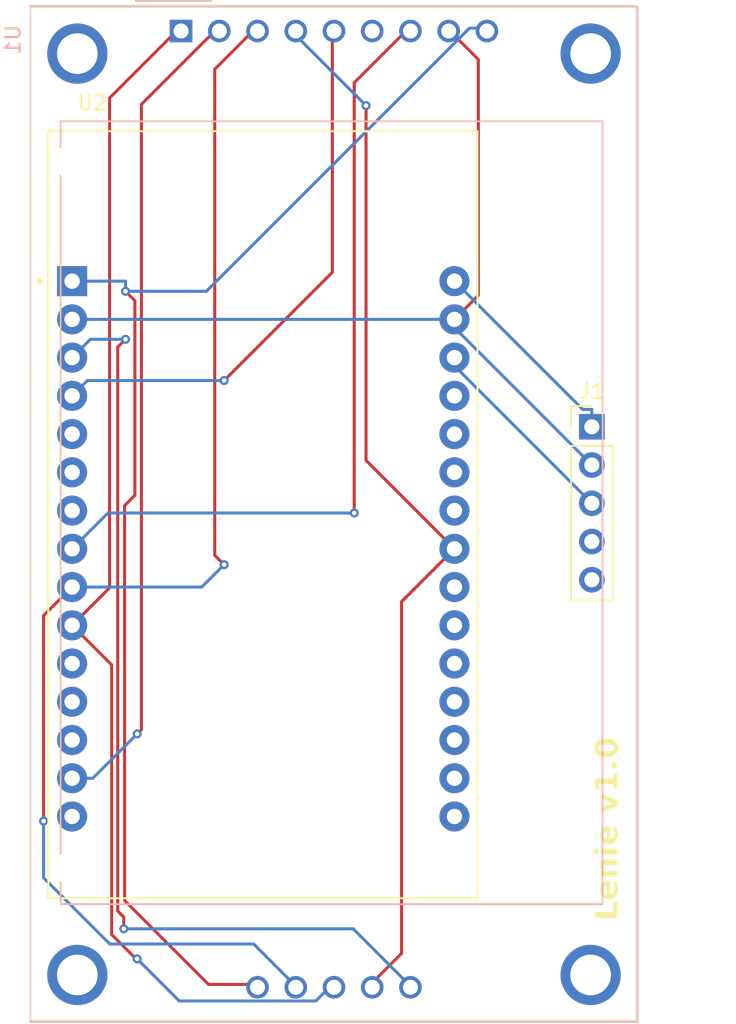
<source format=kicad_pcb>
(kicad_pcb (version 20241229) (generator "pcbnew") (generator_version "9.0")
  (layers (0 "F.Cu" signal) (2 "B.Cu" signal) (13 "F.Paste" user) (15 "B.Paste" user) (5 "F.SilkS" user "F.Silkscreen") (7 "B.SilkS" user "B.Silkscreen") (1 "F.Mask" user) (3 "B.Mask" user) (25 "Edge.Cuts" user))
  (net 0 "")
  (net 1 "LED_DIN")
  (net 2 "VCC")
  (net 3 "LED_CLK")
  (net 4 "LED_CS")
  (net 5 "GND")
  (net 6 "SCK")
  (net 7 "MISO")
  (net 8 "+3V3")
  (net 9 "TFT_CS")
  (net 10 "TFT_RST")
  (net 11 "MOSI")
  (net 12 "TFT_LED")
  (net 13 "SD_CS")
  (net 14 "TFT_DC")
  (net 26 "LED_SCK")
  (footprint "ESP32-DEVKIT-V1:MODULE_ESP32_DEVKIT_V1" (layer "F.Cu") (at 61.8525 108.83)
    (property "Reference" "U2" (at -11.355 -27.36 0) (layer "F.SilkS"))
    (property "Value" "ESP32-DEVKIT-V1")
    (fp_line (start -14.28 -25.475) (end -3.211 -25.475) (stroke (width 0.127)) (layer "F.SilkS"))
    (fp_line (start -14.28 -25.475) (end 14.23 -25.475) (stroke (width 0.127)) (layer "F.SilkS"))
    (fp_line (start -14.28 25.475) (end -14.28 -25.475) (stroke (width 0.127)) (layer "F.SilkS"))
    (fp_line (start -14.28 25.475) (end -14.28 -25.475) (stroke (width 0.127)) (layer "F.SilkS"))
    (fp_line (start -14.28 25.475) (end -8.91 25.475) (stroke (width 0.127)) (layer "F.SilkS"))
    (fp_line (start -8.91 25.475) (end 8.78 25.475) (stroke (width 0.127)) (layer "F.SilkS"))
    (fp_line (start -3.211 -25.475) (end 3.5 -25.475) (stroke (width 0.127)) (layer "F.SilkS"))
    (fp_line (start 3.5 -25.475) (end 14.23 -25.475) (stroke (width 0.127)) (layer "F.SilkS"))
    (fp_line (start 8.78 25.475) (end 14.23 25.475) (stroke (width 0.127)) (layer "F.SilkS"))
    (fp_line (start 14.23 -25.475) (end 14.23 25.475) (stroke (width 0.127)) (layer "F.SilkS"))
    (fp_line (start 14.23 -25.475) (end 14.23 25.475) (stroke (width 0.127)) (layer "F.SilkS"))
    (fp_line (start 14.23 25.475) (end -14.28 25.475) (stroke (width 0.127)) (layer "F.SilkS"))
    (fp_circle (center -14.85 -15.515) (end -14.75 -15.515) (stroke (width 0.2)) (fill no) (layer "F.SilkS"))
    (pad "" np_thru_hole circle (at -12.28 -23.475) (size 3 3) (drill 3) (layers "*.Cu" "*.Mask"))
    (pad "" np_thru_hole circle (at -12.28 23.475) (size 3 3) (drill 3) (layers "*.Cu" "*.Mask"))
    (pad "" np_thru_hole circle (at 12.23 -23.475) (size 3 3) (drill 3) (layers "*.Cu" "*.Mask"))
    (pad "" np_thru_hole circle (at 12.23 23.475) (size 3 3) (drill 3) (layers "*.Cu" "*.Mask"))
    (pad "1" thru_hole rect (at -12.7 -15.515) (size 2 2) (drill 1.02) (layers "*.Cu" "*.Mask") (net 8 "+3V3"))
    (pad "2" thru_hole circle (at -12.7 -12.975) (size 2 2) (drill 1.02) (layers "*.Cu" "*.Mask") (net 5 "GND"))
    (pad "3" thru_hole circle (at -12.7 -10.435) (size 2 2) (drill 1.02) (layers "*.Cu" "*.Mask") (net 13 "SD_CS"))
    (pad "4" thru_hole circle (at -12.7 -7.895) (size 2 2) (drill 1.02) (layers "*.Cu" "*.Mask") (net 14 "TFT_DC"))
    (pad "5" thru_hole circle (at -12.7 -5.355) (size 2 2) (drill 1.02) (layers "*.Cu" "*.Mask"))
    (pad "6" thru_hole circle (at -12.7 -2.815) (size 2 2) (drill 1.02) (layers "*.Cu" "*.Mask"))
    (pad "7" thru_hole circle (at -12.7 -0.275) (size 2 2) (drill 1.02) (layers "*.Cu" "*.Mask"))
    (pad "8" thru_hole circle (at -12.7 2.265) (size 2 2) (drill 1.02) (layers "*.Cu" "*.Mask") (net 9 "TFT_CS"))
    (pad "9" thru_hole circle (at -12.7 4.805) (size 2 2) (drill 1.02) (layers "*.Cu" "*.Mask") (net 6 "SCK"))
    (pad "10" thru_hole circle (at -12.7 7.345) (size 2 2) (drill 1.02) (layers "*.Cu" "*.Mask") (net 7 "MISO"))
    (pad "11" thru_hole circle (at -12.7 9.885) (size 2 2) (drill 1.02) (layers "*.Cu" "*.Mask"))
    (pad "12" thru_hole circle (at -12.7 12.425) (size 2 2) (drill 1.02) (layers "*.Cu" "*.Mask"))
    (pad "13" thru_hole circle (at -12.7 14.965) (size 2 2) (drill 1.02) (layers "*.Cu" "*.Mask"))
    (pad "14" thru_hole circle (at -12.7 17.505) (size 2 2) (drill 1.02) (layers "*.Cu" "*.Mask") (net 12 "TFT_LED"))
    (pad "15" thru_hole circle (at -12.7 20.045) (size 2 2) (drill 1.02) (layers "*.Cu" "*.Mask"))
    (pad "16" thru_hole circle (at 12.7 20.045) (size 2 2) (drill 1.02) (layers "*.Cu" "*.Mask"))
    (pad "17" thru_hole circle (at 12.7 17.505) (size 2 2) (drill 1.02) (layers "*.Cu" "*.Mask"))
    (pad "18" thru_hole circle (at 12.7 14.965) (size 2 2) (drill 1.02) (layers "*.Cu" "*.Mask"))
    (pad "19" thru_hole circle (at 12.7 12.425) (size 2 2) (drill 1.02) (layers "*.Cu" "*.Mask"))
    (pad "20" thru_hole circle (at 12.7 9.885) (size 2 2) (drill 1.02) (layers "*.Cu" "*.Mask"))
    (pad "21" thru_hole circle (at 12.7 7.345) (size 2 2) (drill 1.02) (layers "*.Cu" "*.Mask"))
    (pad "22" thru_hole circle (at 12.7 4.805) (size 2 2) (drill 1.02) (layers "*.Cu" "*.Mask"))
    (pad "23" thru_hole circle (at 12.7 2.265) (size 2 2) (drill 1.02) (layers "*.Cu" "*.Mask") (net 11 "MOSI"))
    (pad "24" thru_hole circle (at 12.7 -0.275) (size 2 2) (drill 1.02) (layers "*.Cu" "*.Mask"))
    (pad "25" thru_hole circle (at 12.7 -2.815) (size 2 2) (drill 1.02) (layers "*.Cu" "*.Mask"))
    (pad "26" thru_hole circle (at 12.7 -5.355) (size 2 2) (drill 1.02) (layers "*.Cu" "*.Mask") (net 26 "LED_SCK"))
    (pad "27" thru_hole circle (at 12.7 -7.895) (size 2 2) (drill 1.02) (layers "*.Cu" "*.Mask"))
    (pad "28" thru_hole circle (at 12.7 -10.435) (size 2 2) (drill 1.02) (layers "*.Cu" "*.Mask") (net 1 "LED_DIN"))
    (pad "29" thru_hole circle (at 12.7 -12.975) (size 2 2) (drill 1.02) (layers "*.Cu" "*.Mask") (net 5 "GND"))
    (pad "30" thru_hole circle (at 12.7 -15.515) (size 2 2) (drill 1.02) (layers "*.Cu" "*.Mask") (net 2 "VCC"))
  )
  (footprint "Connector_PinHeader_2.54mm:PinHeader_1x05_P2.54mm_Vertical" (layer "F.Cu") (at 83.68 102.99)
    (property "Reference" "J1" (at 0 -2.38 0) (layer "F.SilkS"))
    (property "Value" "Conn_01x05_MountingPin")
    (fp_line (start -1.38 -1.38) (end 0 -1.38) (stroke (width 0.12)) (layer "F.SilkS"))
    (fp_line (start -1.38 0) (end -1.38 -1.38) (stroke (width 0.12)) (layer "F.SilkS"))
    (fp_line (start -1.38 1.27) (end -1.38 11.54) (stroke (width 0.12)) (layer "F.SilkS"))
    (fp_line (start -1.38 1.27) (end 1.38 1.27) (stroke (width 0.12)) (layer "F.SilkS"))
    (fp_line (start -1.38 11.54) (end 1.38 11.54) (stroke (width 0.12)) (layer "F.SilkS"))
    (fp_line (start 1.38 1.27) (end 1.38 11.54) (stroke (width 0.12)) (layer "F.SilkS"))
    (pad "1" thru_hole rect (at 0 0) (size 1.7 1.7) (drill 1) (layers "*.Cu" "*.Mask") (net 2 "VCC"))
    (pad "2" thru_hole circle (at 0 2.54) (size 1.7 1.7) (drill 1) (layers "*.Cu" "*.Mask") (net 5 "GND"))
    (pad "3" thru_hole circle (at 0 5.08) (size 1.7 1.7) (drill 1) (layers "*.Cu" "*.Mask") (net 1 "LED_DIN"))
    (pad "4" thru_hole circle (at 0 7.62) (size 1.7 1.7) (drill 1) (layers "*.Cu" "*.Mask") (net 4 "LED_CS"))
    (pad "5" thru_hole circle (at 0 10.16) (size 1.7 1.7) (drill 1) (layers "*.Cu" "*.Mask") (net 3 "LED_CLK"))
  )
  (footprint "Display:CR2013-MI2120" (layer "B.Cu") (at 56.39 76.7 -90)
    (property "Reference" "U1" (at 0.59 11.18 90) (layer "B.SilkS") (effects (justify mirror)))
    (property "Value" "CR2013-MI2120")
    (fp_line (start -1.62 10.01) (end 65.82 10.01) (stroke (width 0.12)) (layer "B.SilkS"))
    (fp_line (start 65.82 10.01) (end 65.82 -30.33) (stroke (width 0.12)) (layer "B.SilkS"))
    (fp_line (start 6 8) (end 58 8) (stroke (width 0.12)) (layer "B.SilkS"))
    (fp_line (start 58 8) (end 58 -28) (stroke (width 0.12)) (layer "B.SilkS"))
    (fp_line (start -2 3) (end -2 -2) (stroke (width 0.12)) (layer "B.SilkS"))
    (fp_line (start 6 -28) (end 6 8) (stroke (width 0.12)) (layer "B.SilkS"))
    (fp_line (start 58 -28) (end 6 -28) (stroke (width 0.12)) (layer "B.SilkS"))
    (fp_line (start -1.62 -30.33) (end -1.62 10.01) (stroke (width 0.12)) (layer "B.SilkS"))
    (fp_line (start 65.82 -30.33) (end -1.62 -30.33) (stroke (width 0.12)) (layer "B.SilkS"))
    (pad "" thru_hole circle (at 1.5 -27.21 270) (size 4 4) (drill 2.7) (layers "*.Cu" "*.Mask"))
    (pad "" thru_hole circle (at 1.5 6.89 270) (size 4 4) (drill 2.7) (layers "*.Cu" "*.Mask"))
    (pad "" thru_hole circle (at 62.7 -27.21 270) (size 4 4) (drill 2.7) (layers "*.Cu" "*.Mask"))
    (pad "" thru_hole circle (at 62.7 6.89 270) (size 4 4) (drill 2.7) (layers "*.Cu" "*.Mask"))
    (pad "1" thru_hole rect (at 0 0 270) (size 1.5 1.5) (drill 1) (layers "*.Cu" "*.Mask") (net 8 "+3V3"))
    (pad "2" thru_hole circle (at 0 -2.54 270) (size 1.5 1.5) (drill 1) (layers "*.Cu" "*.Mask") (net 5 "GND"))
    (pad "3" thru_hole circle (at 0 -5.08 270) (size 1.5 1.5) (drill 1) (layers "*.Cu" "*.Mask") (net 9 "TFT_CS"))
    (pad "4" thru_hole circle (at 0 -7.62 270) (size 1.5 1.5) (drill 1) (layers "*.Cu" "*.Mask") (net 10 "TFT_RST"))
    (pad "5" thru_hole circle (at 0 -10.16 270) (size 1.5 1.5) (drill 1) (layers "*.Cu" "*.Mask") (net 14 "TFT_DC"))
    (pad "6" thru_hole circle (at 0 -12.7 270) (size 1.5 1.5) (drill 1) (layers "*.Cu" "*.Mask") (net 11 "MOSI"))
    (pad "7" thru_hole circle (at 0 -15.24 270) (size 1.5 1.5) (drill 1) (layers "*.Cu" "*.Mask") (net 6 "SCK"))
    (pad "8" thru_hole circle (at 0 -17.78 270) (size 1.5 1.5) (drill 1) (layers "*.Cu" "*.Mask") (net 12 "TFT_LED"))
    (pad "9" thru_hole circle (at 0 -20.32 270) (size 1.5 1.5) (drill 1) (layers "*.Cu" "*.Mask") (net 7 "MISO"))
    (pad "10" thru_hole circle (at 63.52 -5.08 270) (size 1.5 1.5) (drill 1) (layers "*.Cu" "*.Mask") (net 13 "SD_CS"))
    (pad "11" thru_hole circle (at 63.52 -7.62 270) (size 1.5 1.5) (drill 1) (layers "*.Cu" "*.Mask") (net 11 "MOSI"))
    (pad "12" thru_hole circle (at 63.52 -10.16 270) (size 1.5 1.5) (drill 1) (layers "*.Cu" "*.Mask") (net 7 "MISO"))
    (pad "13" thru_hole circle (at 63.52 -12.7 270) (size 1.5 1.5) (drill 1) (layers "*.Cu" "*.Mask") (net 6 "SCK"))
    (pad "14" thru_hole circle (at 63.52 -15.24 270) (size 1.5 1.5) (drill 1) (layers "*.Cu" "*.Mask") (net 8 "+3V3"))
  )
  (gr_rect (start 46.35 74.98) (end 86.6 142.4) (stroke (width 0.05)) (fill no) (layer "Edge.Cuts"))
  (gr_text "Lenie v1.0" (at 85.65 135.81 90) (layer "F.SilkS") (effects (font (size 1.5 1.5) (thickness 0.3) (bold yes)) (justify left bottom)))
  (segment (start 74.5525 98.9425) (end 74.5525 98.395) (width 0.2) (layer "B.Cu") (net 1))
  (segment (start 83.68 108.07) (end 74.5525 98.9425) (width 0.2) (layer "B.Cu") (net 1))
  (segment (start 83.0758 101.8383) (end 83.68 101.8383) (width 0.2) (layer "B.Cu") (net 2))
  (segment (start 83.68 102.99) (end 83.68 101.8383) (width 0.2) (layer "B.Cu") (net 2))
  (segment (start 74.5525 93.315) (end 83.0758 101.8383) (width 0.2) (layer "B.Cu") (net 2))
  (segment (start 76.1375 78.5875) (end 74.06 76.51) (width 0.2) (layer "F.Cu") (net 5))
  (segment (start 76.1375 94.27) (end 76.1375 78.5875) (width 0.2) (layer "F.Cu") (net 5))
  (segment (start 74.5525 95.855) (end 76.1375 94.27) (width 0.2) (layer "F.Cu") (net 5))
  (segment (start 74.5525 96.4025) (end 83.68 105.53) (width 0.2) (layer "B.Cu") (net 5))
  (segment (start 74.5525 95.855) (end 49.1525 95.855) (width 0.2) (layer "B.Cu") (net 5))
  (segment (start 74.5525 95.855) (end 74.5525 96.4025) (width 0.2) (layer "B.Cu") (net 5))
  (segment (start 61.36 76.51) (end 58.6283 79.2417) (width 0.2) (layer "F.Cu") (net 6))
  (segment (start 58.6283 79.2417) (end 58.6283 111.5239) (width 0.2) (layer "F.Cu") (net 6))
  (segment (start 58.6283 111.5239) (end 59.2519 112.1475) (width 0.2) (layer "F.Cu") (net 6))
  (segment (start 47.2563 115.5312) (end 49.1525 113.635) (width 0.2) (layer "F.Cu") (net 6))
  (segment (start 47.2563 129.1775) (end 47.2563 115.5312) (width 0.2) (layer "F.Cu") (net 6))
  (via (at 59.2519 112.1475) (size 0.6) (drill 0.3) (layers "F.Cu" "B.Cu") (net 6))
  (via (at 47.2563 129.1775) (size 0.6) (drill 0.3) (layers "F.Cu" "B.Cu") (net 6))
  (segment (start 47.2563 129.1775) (end 47.2563 132.9472) (width 0.2) (layer "B.Cu") (net 6))
  (segment (start 57.7644 113.635) (end 49.1525 113.635) (width 0.2) (layer "B.Cu") (net 6))
  (segment (start 47.2563 132.9472) (end 51.6535 137.3444) (width 0.2) (layer "B.Cu") (net 6))
  (segment (start 61.2144 137.3444) (end 63.9 140.03) (width 0.2) (layer "B.Cu") (net 6))
  (segment (start 59.2519 112.1475) (end 57.7644 113.635) (width 0.2) (layer "B.Cu") (net 6))
  (segment (start 51.6535 137.3444) (end 61.2144 137.3444) (width 0.2) (layer "B.Cu") (net 6))
  (segment (start 49.1525 116.175) (end 51.7821 118.8046) (width 0.2) (layer "F.Cu") (net 7))
  (segment (start 53.3969 138.3326) (end 53.4733 138.3326) (width 0.2) (layer "F.Cu") (net 7))
  (segment (start 51.7821 136.7178) (end 53.3969 138.3326) (width 0.2) (layer "F.Cu") (net 7))
  (segment (start 51.6418 81.1482) (end 51.6418 113.6857) (width 0.2) (layer "F.Cu") (net 7))
  (segment (start 56.28 76.51) (end 51.6418 81.1482) (width 0.2) (layer "F.Cu") (net 7))
  (segment (start 51.7821 118.8046) (end 51.7821 136.7178) (width 0.2) (layer "F.Cu") (net 7))
  (segment (start 51.6418 113.6857) (end 49.1525 116.175) (width 0.2) (layer "F.Cu") (net 7))
  (via (at 53.4733 138.3326) (size 0.6) (drill 0.3) (layers "F.Cu" "B.Cu") (net 7))
  (segment (start 56.2702 141.1295) (end 53.4733 138.3326) (width 0.2) (layer "B.Cu") (net 7))
  (segment (start 65.3405 141.1295) (end 56.2702 141.1295) (width 0.2) (layer "B.Cu") (net 7))
  (segment (start 66.44 140.03) (end 65.3405 141.1295) (width 0.2) (layer "B.Cu") (net 7))
  (segment (start 58.215 140.03) (end 61.36 140.03) (width 0.2) (layer "F.Cu") (net 8))
  (segment (start 53.3232 94.6122) (end 53.3232 107.5395) (width 0.2) (layer "F.Cu") (net 8))
  (segment (start 52.6368 108.2259) (end 52.6368 134.4518) (width 0.2) (layer "F.Cu") (net 8))
  (segment (start 52.6368 134.4518) (end 58.215 140.03) (width 0.2) (layer "F.Cu") (net 8))
  (segment (start 53.3232 107.5395) (end 52.6368 108.2259) (width 0.2) (layer "F.Cu") (net 8))
  (segment (start 52.701 93.99) (end 53.3232 94.6122) (width 0.2) (layer "F.Cu") (net 8))
  (via (at 52.701 93.99) (size 0.6) (drill 0.3) (layers "F.Cu" "B.Cu") (net 8))
  (segment (start 52.701 93.315) (end 49.1525 93.315) (width 0.2) (layer "B.Cu") (net 8))
  (segment (start 58.0683 93.99) (end 52.701 93.99) (width 0.2) (layer "B.Cu") (net 8))
  (segment (start 75.5483 76.51) (end 58.0683 93.99) (width 0.2) (layer "B.Cu") (net 8))
  (segment (start 76.6 76.51) (end 75.5483 76.51) (width 0.2) (layer "B.Cu") (net 8))
  (segment (start 52.701 93.99) (end 52.701 93.315) (width 0.2) (layer "B.Cu") (net 8))
  (segment (start 71.52 76.51) (end 67.8944 80.1356) (width 0.2) (layer "F.Cu") (net 9))
  (segment (start 67.8944 80.1356) (end 67.8944 108.7154) (width 0.2) (layer "F.Cu") (net 9))
  (via (at 67.8944 108.7154) (size 0.6) (drill 0.3) (layers "F.Cu" "B.Cu") (net 9))
  (segment (start 67.8944 108.7154) (end 51.5321 108.7154) (width 0.2) (layer "B.Cu") (net 9))
  (segment (start 51.5321 108.7154) (end 49.1525 111.095) (width 0.2) (layer "B.Cu") (net 9))
  (segment (start 71.0368 114.6107) (end 74.5525 111.095) (width 0.2) (layer "F.Cu") (net 11))
  (segment (start 68.98 140.03) (end 71.0368 137.9732) (width 0.2) (layer "F.Cu") (net 11))
  (segment (start 68.6794 81.6562) (end 68.6794 105.2219) (width 0.2) (layer "F.Cu") (net 11))
  (segment (start 68.6794 105.2219) (end 74.5525 111.095) (width 0.2) (layer "F.Cu") (net 11))
  (segment (start 71.0368 137.9732) (end 71.0368 114.6107) (width 0.2) (layer "F.Cu") (net 11))
  (via (at 68.6794 81.6562) (size 0.6) (drill 0.3) (layers "F.Cu" "B.Cu") (net 11))
  (segment (start 63.9 76.51) (end 63.9 76.8768) (width 0.2) (layer "B.Cu") (net 11))
  (segment (start 63.9 76.8768) (end 68.6794 81.6562) (width 0.2) (layer "B.Cu") (net 11))
  (segment (start 53.4733 123.39) (end 53.7572 123.1061) (width 0.2) (layer "F.Cu") (net 12))
  (segment (start 53.7572 81.5728) (end 58.82 76.51) (width 0.2) (layer "F.Cu") (net 12))
  (segment (start 53.7572 123.1061) (end 53.7572 81.5728) (width 0.2) (layer "F.Cu") (net 12))
  (via (at 53.4733 123.39) (size 0.6) (drill 0.3) (layers "F.Cu" "B.Cu") (net 12))
  (segment (start 50.5283 126.335) (end 53.4733 123.39) (width 0.2) (layer "B.Cu") (net 12))
  (segment (start 49.1525 126.335) (end 50.5283 126.335) (width 0.2) (layer "B.Cu") (net 12))
  (segment (start 52.1838 135.1549) (end 52.4192 135.3903) (width 0.2) (layer "F.Cu") (net 13))
  (segment (start 52.1838 97.6947) (end 52.1838 135.1549) (width 0.2) (layer "F.Cu") (net 13))
  (segment (start 52.4192 135.3903) (end 52.5855 135.5566) (width 0.2) (layer "F.Cu") (net 13))
  (segment (start 52.4192 135.3903) (end 52.5855 135.5566) (width 0.2) (layer "F.Cu") (net 13))
  (segment (start 52.701 97.1775) (end 52.1838 97.6947) (width 0.2) (layer "F.Cu") (net 13))
  (segment (start 52.5855 135.5566) (end 52.5855 136.3379) (width 0.2) (layer "F.Cu") (net 13))
  (via (at 52.5855 136.3379) (size 0.6) (drill 0.3) (layers "F.Cu" "B.Cu") (net 13))
  (via (at 52.701 97.1775) (size 0.6) (drill 0.3) (layers "F.Cu" "B.Cu") (net 13))
  (segment (start 50.37 97.1775) (end 49.1525 98.395) (width 0.2) (layer "B.Cu") (net 13))
  (segment (start 71.52 140.03) (end 67.828 136.338) (width 0.2) (layer "B.Cu") (net 13))
  (segment (start 52.8336 136.338) (end 52.8336 136.3379) (width 0.2) (layer "B.Cu") (net 13))
  (segment (start 67.828 136.338) (end 52.8336 136.338) (width 0.2) (layer "B.Cu") (net 13))
  (segment (start 52.701 97.1775) (end 50.37 97.1775) (width 0.2) (layer "B.Cu") (net 13))
  (segment (start 52.8336 136.3379) (end 52.5855 136.3379) (width 0.2) (layer "B.Cu") (net 13))
  (segment (start 66.44 92.7294) (end 59.2519 99.9175) (width 0.2) (layer "F.Cu") (net 14))
  (segment (start 66.44 76.51) (end 66.44 92.7294) (width 0.2) (layer "F.Cu") (net 14))
  (via (at 59.2519 99.9175) (size 0.6) (drill 0.3) (layers "F.Cu" "B.Cu") (net 14))
  (segment (start 50.17 99.9175) (end 49.1525 100.935) (width 0.2) (layer "B.Cu") (net 14))
  (segment (start 59.2519 99.9175) (end 50.17 99.9175) (width 0.2) (layer "B.Cu") (net 14))
)
</source>
